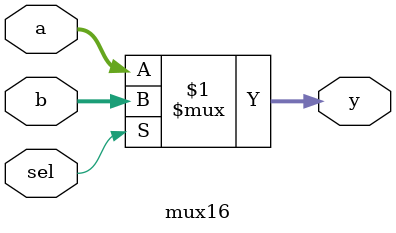
<source format=v>
module mux16(input [15:0] a, input [15:0] b, input sel, output [15:0] y);
  assign y = sel ? b : a;
endmodule


</source>
